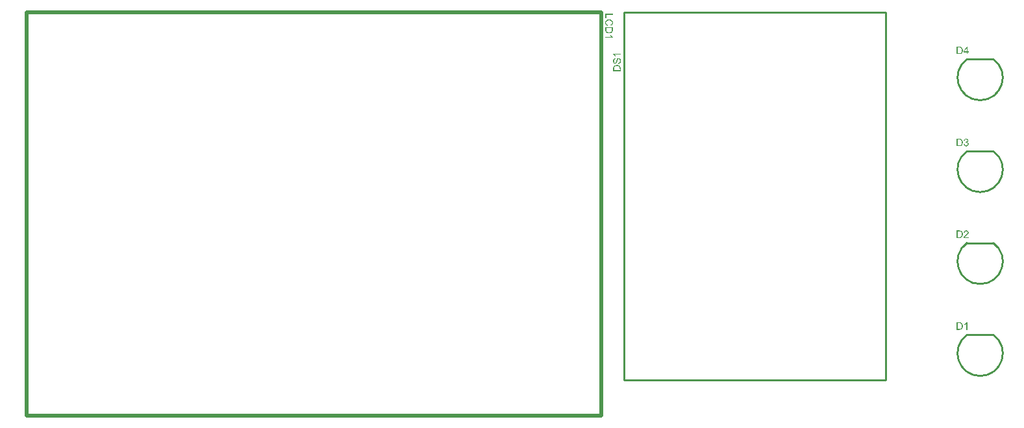
<source format=gbr>
%TF.GenerationSoftware,Altium Limited,Altium Designer,19.0.10 (269)*%
G04 Layer_Color=65535*
%FSLAX26Y26*%
%MOIN*%
%TF.FileFunction,Legend,Top*%
%TF.Part,Single*%
G01*
G75*
%TA.AperFunction,NonConductor*%
%ADD45C,0.009842*%
%ADD47C,0.019685*%
%ADD50C,0.010000*%
G36*
X3010836Y2061834D02*
X2976970D01*
Y2042920D01*
X2972441D01*
Y2066929D01*
X3010836D01*
Y2061834D01*
D02*
G37*
G36*
X2992920Y2038324D02*
X2993453Y2038291D01*
X2994053Y2038225D01*
X2994719Y2038158D01*
X2995485Y2038058D01*
X2996284Y2037958D01*
X2997116Y2037792D01*
X2997982Y2037625D01*
X2998848Y2037392D01*
X2999747Y2037126D01*
X3000646Y2036826D01*
X3001512Y2036493D01*
X3002378Y2036093D01*
X3002444Y2036060D01*
X3002577Y2035993D01*
X3002811Y2035860D01*
X3003110Y2035660D01*
X3003477Y2035427D01*
X3003909Y2035128D01*
X3004376Y2034795D01*
X3004908Y2034428D01*
X3005441Y2033962D01*
X3006007Y2033496D01*
X3006573Y2032963D01*
X3007140Y2032364D01*
X3007672Y2031731D01*
X3008205Y2031065D01*
X3008705Y2030332D01*
X3009171Y2029566D01*
X3009204Y2029533D01*
X3009271Y2029367D01*
X3009371Y2029134D01*
X3009537Y2028834D01*
X3009704Y2028434D01*
X3009903Y2027968D01*
X3010137Y2027435D01*
X3010336Y2026803D01*
X3010569Y2026170D01*
X3010769Y2025437D01*
X3010969Y2024671D01*
X3011135Y2023872D01*
X3011302Y2023006D01*
X3011402Y2022141D01*
X3011468Y2021208D01*
X3011502Y2020276D01*
Y2020009D01*
X3011468Y2019710D01*
Y2019310D01*
X3011402Y2018811D01*
X3011335Y2018245D01*
X3011269Y2017612D01*
X3011135Y2016912D01*
X3010969Y2016147D01*
X3010769Y2015381D01*
X3010536Y2014582D01*
X3010236Y2013749D01*
X3009903Y2012950D01*
X3009504Y2012117D01*
X3009071Y2011351D01*
X3008538Y2010585D01*
X3008505Y2010552D01*
X3008405Y2010419D01*
X3008238Y2010219D01*
X3008005Y2009953D01*
X3007706Y2009620D01*
X3007339Y2009254D01*
X3006906Y2008854D01*
X3006407Y2008421D01*
X3005841Y2007988D01*
X3005241Y2007522D01*
X3004542Y2007056D01*
X3003809Y2006623D01*
X3003010Y2006190D01*
X3002178Y2005790D01*
X3001245Y2005424D01*
X3000280Y2005091D01*
X2999114Y2010086D01*
X2999148D01*
X2999314Y2010153D01*
X2999514Y2010219D01*
X2999814Y2010352D01*
X3000146Y2010486D01*
X3000546Y2010652D01*
X3000979Y2010852D01*
X3001445Y2011085D01*
X3002444Y2011651D01*
X3003443Y2012317D01*
X3003943Y2012683D01*
X3004409Y2013083D01*
X3004842Y2013516D01*
X3005208Y2013982D01*
X3005241Y2014015D01*
X3005308Y2014082D01*
X3005375Y2014248D01*
X3005508Y2014448D01*
X3005641Y2014681D01*
X3005807Y2014981D01*
X3006007Y2015347D01*
X3006174Y2015714D01*
X3006340Y2016180D01*
X3006540Y2016646D01*
X3006707Y2017179D01*
X3006840Y2017745D01*
X3006973Y2018344D01*
X3007073Y2018977D01*
X3007106Y2019676D01*
X3007140Y2020376D01*
Y2020809D01*
X3007106Y2021108D01*
X3007073Y2021508D01*
X3007040Y2021941D01*
X3006973Y2022440D01*
X3006873Y2022973D01*
X3006773Y2023539D01*
X3006607Y2024139D01*
X3006440Y2024738D01*
X3006240Y2025371D01*
X3006007Y2025970D01*
X3005708Y2026603D01*
X3005375Y2027202D01*
X3005008Y2027768D01*
X3004975Y2027802D01*
X3004908Y2027901D01*
X3004775Y2028035D01*
X3004609Y2028235D01*
X3004409Y2028501D01*
X3004142Y2028767D01*
X3003843Y2029067D01*
X3003510Y2029400D01*
X3003110Y2029733D01*
X3002677Y2030099D01*
X3002211Y2030432D01*
X3001712Y2030765D01*
X3001179Y2031098D01*
X3000579Y2031398D01*
X2999980Y2031698D01*
X2999314Y2031931D01*
X2999281D01*
X2999148Y2031997D01*
X2998948Y2032031D01*
X2998715Y2032131D01*
X2998382Y2032197D01*
X2997982Y2032297D01*
X2997549Y2032430D01*
X2997050Y2032530D01*
X2996517Y2032630D01*
X2995951Y2032763D01*
X2995351Y2032863D01*
X2994719Y2032930D01*
X2993353Y2033063D01*
X2991955Y2033130D01*
X2991888D01*
X2991755D01*
X2991488D01*
X2991122Y2033096D01*
X2990723D01*
X2990223Y2033063D01*
X2989657Y2032996D01*
X2989058Y2032963D01*
X2988392Y2032863D01*
X2987726Y2032797D01*
X2986294Y2032530D01*
X2984829Y2032197D01*
X2983397Y2031731D01*
X2983363Y2031698D01*
X2983230Y2031664D01*
X2983064Y2031564D01*
X2982797Y2031465D01*
X2982497Y2031298D01*
X2982164Y2031132D01*
X2981765Y2030899D01*
X2981365Y2030632D01*
X2980932Y2030332D01*
X2980466Y2030033D01*
X2980033Y2029666D01*
X2979567Y2029267D01*
X2979134Y2028834D01*
X2978735Y2028368D01*
X2978335Y2027835D01*
X2977969Y2027302D01*
X2977935Y2027269D01*
X2977902Y2027169D01*
X2977802Y2027002D01*
X2977702Y2026769D01*
X2977569Y2026503D01*
X2977403Y2026170D01*
X2977236Y2025770D01*
X2977070Y2025337D01*
X2976903Y2024871D01*
X2976737Y2024372D01*
X2976603Y2023839D01*
X2976437Y2023273D01*
X2976237Y2022074D01*
X2976204Y2021408D01*
X2976171Y2020775D01*
Y2020575D01*
X2976204Y2020376D01*
Y2020076D01*
X2976237Y2019710D01*
X2976304Y2019277D01*
X2976370Y2018777D01*
X2976470Y2018278D01*
X2976603Y2017712D01*
X2976770Y2017146D01*
X2976970Y2016546D01*
X2977203Y2015914D01*
X2977469Y2015314D01*
X2977802Y2014715D01*
X2978169Y2014115D01*
X2978601Y2013549D01*
X2978635Y2013516D01*
X2978701Y2013416D01*
X2978868Y2013283D01*
X2979068Y2013083D01*
X2979334Y2012817D01*
X2979634Y2012550D01*
X2980000Y2012251D01*
X2980433Y2011918D01*
X2980932Y2011584D01*
X2981465Y2011252D01*
X2982065Y2010918D01*
X2982731Y2010585D01*
X2983430Y2010286D01*
X2984196Y2009986D01*
X2985028Y2009753D01*
X2985894Y2009520D01*
X2984629Y2004425D01*
X2984595D01*
X2984562Y2004458D01*
X2984462D01*
X2984362Y2004492D01*
X2984029Y2004591D01*
X2983596Y2004725D01*
X2983064Y2004925D01*
X2982464Y2005158D01*
X2981798Y2005424D01*
X2981099Y2005757D01*
X2980333Y2006123D01*
X2979534Y2006523D01*
X2978735Y2006989D01*
X2977969Y2007522D01*
X2977169Y2008121D01*
X2976437Y2008754D01*
X2975738Y2009420D01*
X2975072Y2010186D01*
X2975038Y2010219D01*
X2974938Y2010386D01*
X2974772Y2010619D01*
X2974572Y2010918D01*
X2974306Y2011318D01*
X2974039Y2011818D01*
X2973740Y2012384D01*
X2973440Y2013016D01*
X2973140Y2013716D01*
X2972840Y2014482D01*
X2972574Y2015314D01*
X2972308Y2016213D01*
X2972108Y2017179D01*
X2971941Y2018178D01*
X2971841Y2019244D01*
X2971808Y2020342D01*
Y2020609D01*
X2971841Y2020942D01*
Y2021375D01*
X2971875Y2021908D01*
X2971941Y2022507D01*
X2972008Y2023173D01*
X2972108Y2023939D01*
X2972241Y2024705D01*
X2972408Y2025537D01*
X2972607Y2026370D01*
X2972874Y2027202D01*
X2973140Y2028068D01*
X2973473Y2028867D01*
X2973873Y2029666D01*
X2974306Y2030432D01*
X2974339Y2030466D01*
X2974439Y2030599D01*
X2974572Y2030799D01*
X2974772Y2031065D01*
X2975038Y2031398D01*
X2975371Y2031764D01*
X2975738Y2032197D01*
X2976171Y2032630D01*
X2976670Y2033096D01*
X2977203Y2033596D01*
X2977802Y2034095D01*
X2978468Y2034562D01*
X2979168Y2035061D01*
X2979933Y2035527D01*
X2980766Y2035960D01*
X2981632Y2036360D01*
X2981698Y2036393D01*
X2981865Y2036460D01*
X2982098Y2036560D01*
X2982464Y2036659D01*
X2982897Y2036826D01*
X2983430Y2036992D01*
X2984029Y2037159D01*
X2984729Y2037359D01*
X2985461Y2037559D01*
X2986260Y2037725D01*
X2987093Y2037891D01*
X2987992Y2038058D01*
X2988924Y2038158D01*
X2989890Y2038258D01*
X2990889Y2038324D01*
X2991921Y2038358D01*
X2991955D01*
X2991988D01*
X2992188D01*
X2992521D01*
X2992920Y2038324D01*
D02*
G37*
G36*
X3010836Y1983846D02*
X3010802Y1983413D01*
Y1982947D01*
X3010769Y1982414D01*
X3010703Y1981315D01*
X3010603Y1980183D01*
X3010470Y1979084D01*
X3010370Y1978584D01*
X3010270Y1978118D01*
Y1978085D01*
X3010236Y1977985D01*
X3010203Y1977785D01*
X3010137Y1977552D01*
X3010037Y1977285D01*
X3009937Y1976953D01*
X3009803Y1976586D01*
X3009637Y1976187D01*
X3009271Y1975287D01*
X3008771Y1974355D01*
X3008205Y1973389D01*
X3007506Y1972490D01*
X3007472Y1972457D01*
X3007373Y1972357D01*
X3007239Y1972191D01*
X3007040Y1971991D01*
X3006807Y1971724D01*
X3006474Y1971458D01*
X3006140Y1971125D01*
X3005741Y1970792D01*
X3005275Y1970426D01*
X3004775Y1970059D01*
X3004242Y1969660D01*
X3003643Y1969293D01*
X3003044Y1968927D01*
X3002378Y1968594D01*
X3001678Y1968261D01*
X3000946Y1967961D01*
X3000912Y1967928D01*
X3000779Y1967895D01*
X3000546Y1967828D01*
X3000246Y1967728D01*
X2999847Y1967595D01*
X2999414Y1967462D01*
X2998881Y1967329D01*
X2998315Y1967196D01*
X2997649Y1967062D01*
X2996950Y1966929D01*
X2996217Y1966796D01*
X2995418Y1966663D01*
X2994585Y1966563D01*
X2993686Y1966496D01*
X2992754Y1966430D01*
X2991822D01*
X2991788D01*
X2991622D01*
X2991389D01*
X2991089D01*
X2990723Y1966463D01*
X2990256Y1966496D01*
X2989757Y1966530D01*
X2989224Y1966563D01*
X2988625Y1966596D01*
X2988025Y1966696D01*
X2986693Y1966863D01*
X2985361Y1967129D01*
X2984063Y1967462D01*
X2984029D01*
X2983929Y1967495D01*
X2983730Y1967562D01*
X2983497Y1967662D01*
X2983230Y1967762D01*
X2982897Y1967862D01*
X2982497Y1968028D01*
X2982098Y1968161D01*
X2981232Y1968561D01*
X2980300Y1968994D01*
X2979334Y1969527D01*
X2978468Y1970093D01*
X2978435Y1970126D01*
X2978368Y1970159D01*
X2978268Y1970259D01*
X2978102Y1970359D01*
X2977702Y1970692D01*
X2977203Y1971125D01*
X2976670Y1971658D01*
X2976071Y1972257D01*
X2975505Y1972890D01*
X2975005Y1973589D01*
Y1973622D01*
X2974938Y1973689D01*
X2974872Y1973789D01*
X2974805Y1973922D01*
X2974705Y1974122D01*
X2974572Y1974322D01*
X2974439Y1974588D01*
X2974306Y1974888D01*
X2973973Y1975554D01*
X2973673Y1976320D01*
X2973340Y1977219D01*
X2973074Y1978185D01*
Y1978218D01*
X2973040Y1978318D01*
X2973007Y1978451D01*
X2972974Y1978651D01*
X2972940Y1978917D01*
X2972874Y1979217D01*
X2972807Y1979550D01*
X2972774Y1979949D01*
X2972707Y1980382D01*
X2972641Y1980849D01*
X2972574Y1981381D01*
X2972541Y1981914D01*
X2972474Y1983080D01*
X2972441Y1984345D01*
Y1998165D01*
X3010836D01*
Y1983846D01*
D02*
G37*
G36*
X3001345Y1957705D02*
X3001412Y1957572D01*
X3001512Y1957339D01*
X3001645Y1957072D01*
X3001811Y1956739D01*
X3002045Y1956340D01*
X3002278Y1955907D01*
X3002577Y1955407D01*
X3002877Y1954875D01*
X3003243Y1954342D01*
X3004009Y1953176D01*
X3004875Y1951977D01*
X3005807Y1950845D01*
X3005841Y1950812D01*
X3005941Y1950712D01*
X3006074Y1950579D01*
X3006274Y1950346D01*
X3006507Y1950113D01*
X3006773Y1949846D01*
X3007106Y1949547D01*
X3007439Y1949214D01*
X3008238Y1948514D01*
X3009104Y1947815D01*
X3010037Y1947182D01*
X3010503Y1946883D01*
X3010969Y1946649D01*
Y1943586D01*
X2972441D01*
Y1948314D01*
X3002444D01*
X3002411Y1948348D01*
X3002378Y1948381D01*
X3002278Y1948481D01*
X3002178Y1948614D01*
X3002011Y1948814D01*
X3001845Y1949014D01*
X3001645Y1949247D01*
X3001412Y1949513D01*
X3000946Y1950179D01*
X3000380Y1950945D01*
X2999780Y1951811D01*
X2999181Y1952810D01*
X2999148Y1952843D01*
X2999114Y1952943D01*
X2999014Y1953076D01*
X2998914Y1953276D01*
X2998781Y1953509D01*
X2998648Y1953776D01*
X2998448Y1954109D01*
X2998282Y1954442D01*
X2997882Y1955208D01*
X2997483Y1956040D01*
X2997083Y1956906D01*
X2996750Y1957738D01*
X3001312D01*
X3001345Y1957705D01*
D02*
G37*
G36*
X3051181Y1857301D02*
X3021178D01*
X3021211Y1857268D01*
X3021244Y1857235D01*
X3021344Y1857135D01*
X3021444Y1857001D01*
X3021611Y1856802D01*
X3021777Y1856602D01*
X3021977Y1856369D01*
X3022210Y1856102D01*
X3022676Y1855436D01*
X3023242Y1854670D01*
X3023842Y1853805D01*
X3024441Y1852806D01*
X3024474Y1852772D01*
X3024508Y1852672D01*
X3024608Y1852539D01*
X3024708Y1852339D01*
X3024841Y1852106D01*
X3024974Y1851840D01*
X3025174Y1851507D01*
X3025340Y1851174D01*
X3025740Y1850408D01*
X3026140Y1849575D01*
X3026539Y1848710D01*
X3026872Y1847877D01*
X3022310D01*
X3022277Y1847910D01*
X3022210Y1848044D01*
X3022110Y1848277D01*
X3021977Y1848543D01*
X3021811Y1848876D01*
X3021577Y1849276D01*
X3021344Y1849709D01*
X3021045Y1850208D01*
X3020745Y1850741D01*
X3020379Y1851274D01*
X3019613Y1852439D01*
X3018747Y1853638D01*
X3017814Y1854770D01*
X3017781Y1854804D01*
X3017681Y1854903D01*
X3017548Y1855037D01*
X3017348Y1855270D01*
X3017115Y1855503D01*
X3016849Y1855769D01*
X3016516Y1856069D01*
X3016183Y1856402D01*
X3015384Y1857101D01*
X3014518Y1857801D01*
X3013585Y1858433D01*
X3013119Y1858733D01*
X3012653Y1858966D01*
Y1862030D01*
X3051181D01*
Y1857301D01*
D02*
G37*
G36*
X3040891Y1839219D02*
X3041158Y1839186D01*
X3041457Y1839153D01*
X3041824Y1839119D01*
X3042223Y1839019D01*
X3043122Y1838820D01*
X3044088Y1838520D01*
X3044588Y1838320D01*
X3045087Y1838087D01*
X3045620Y1837787D01*
X3046119Y1837488D01*
X3046153Y1837454D01*
X3046253Y1837421D01*
X3046386Y1837288D01*
X3046552Y1837155D01*
X3046785Y1836988D01*
X3047052Y1836755D01*
X3047352Y1836489D01*
X3047651Y1836189D01*
X3047984Y1835856D01*
X3048317Y1835490D01*
X3048684Y1835057D01*
X3049017Y1834624D01*
X3049383Y1834124D01*
X3049716Y1833591D01*
X3050016Y1833025D01*
X3050315Y1832426D01*
Y1832393D01*
X3050382Y1832293D01*
X3050448Y1832093D01*
X3050548Y1831860D01*
X3050648Y1831527D01*
X3050782Y1831161D01*
X3050915Y1830728D01*
X3051048Y1830262D01*
X3051214Y1829729D01*
X3051348Y1829163D01*
X3051481Y1828563D01*
X3051581Y1827930D01*
X3051681Y1827231D01*
X3051747Y1826532D01*
X3051780Y1825799D01*
X3051814Y1825033D01*
Y1824534D01*
X3051780Y1824168D01*
Y1823701D01*
X3051747Y1823202D01*
X3051681Y1822602D01*
X3051614Y1821970D01*
X3051547Y1821304D01*
X3051448Y1820604D01*
X3051181Y1819139D01*
X3050815Y1817674D01*
X3050582Y1816941D01*
X3050315Y1816275D01*
X3050282Y1816242D01*
X3050249Y1816109D01*
X3050149Y1815943D01*
X3050016Y1815709D01*
X3049882Y1815410D01*
X3049683Y1815043D01*
X3049450Y1814677D01*
X3049183Y1814277D01*
X3048850Y1813811D01*
X3048517Y1813378D01*
X3048151Y1812912D01*
X3047751Y1812446D01*
X3047285Y1812013D01*
X3046819Y1811547D01*
X3046319Y1811147D01*
X3045753Y1810748D01*
X3045720Y1810714D01*
X3045620Y1810648D01*
X3045454Y1810548D01*
X3045220Y1810448D01*
X3044921Y1810282D01*
X3044588Y1810115D01*
X3044188Y1809915D01*
X3043722Y1809749D01*
X3043256Y1809549D01*
X3042723Y1809349D01*
X3042157Y1809183D01*
X3041524Y1809016D01*
X3040225Y1808783D01*
X3039526Y1808683D01*
X3038827Y1808650D01*
X3038394Y1813445D01*
X3038427D01*
X3038527Y1813478D01*
X3038660D01*
X3038860Y1813512D01*
X3039126Y1813545D01*
X3039393Y1813611D01*
X3039726Y1813678D01*
X3040059Y1813778D01*
X3040825Y1813978D01*
X3041624Y1814244D01*
X3042423Y1814577D01*
X3043156Y1815010D01*
X3043189D01*
X3043222Y1815077D01*
X3043322Y1815143D01*
X3043456Y1815243D01*
X3043789Y1815543D01*
X3044221Y1815976D01*
X3044721Y1816509D01*
X3045220Y1817175D01*
X3045687Y1817974D01*
X3046153Y1818873D01*
Y1818906D01*
X3046186Y1819006D01*
X3046253Y1819139D01*
X3046319Y1819339D01*
X3046419Y1819572D01*
X3046519Y1819872D01*
X3046619Y1820205D01*
X3046719Y1820604D01*
X3046819Y1821037D01*
X3046919Y1821470D01*
X3047119Y1822469D01*
X3047252Y1823601D01*
X3047285Y1824800D01*
Y1825300D01*
X3047252Y1825533D01*
Y1825833D01*
X3047218Y1826166D01*
X3047185Y1826532D01*
X3047085Y1827331D01*
X3046919Y1828197D01*
X3046719Y1829063D01*
X3046419Y1829928D01*
Y1829962D01*
X3046386Y1830028D01*
X3046319Y1830128D01*
X3046253Y1830295D01*
X3046053Y1830694D01*
X3045787Y1831194D01*
X3045454Y1831727D01*
X3045054Y1832259D01*
X3044588Y1832792D01*
X3044055Y1833258D01*
X3044022D01*
X3043988Y1833292D01*
X3043789Y1833425D01*
X3043489Y1833591D01*
X3043089Y1833825D01*
X3042590Y1834024D01*
X3042024Y1834191D01*
X3041424Y1834324D01*
X3040758Y1834357D01*
X3040725D01*
X3040692D01*
X3040592D01*
X3040459D01*
X3040126Y1834291D01*
X3039693Y1834224D01*
X3039193Y1834091D01*
X3038694Y1833925D01*
X3038128Y1833658D01*
X3037628Y1833292D01*
X3037561Y1833258D01*
X3037395Y1833092D01*
X3037162Y1832826D01*
X3036829Y1832459D01*
X3036463Y1831993D01*
X3036096Y1831394D01*
X3035730Y1830661D01*
X3035364Y1829829D01*
Y1829795D01*
X3035330Y1829762D01*
X3035297Y1829662D01*
X3035264Y1829496D01*
X3035197Y1829296D01*
X3035097Y1829063D01*
X3034997Y1828763D01*
X3034897Y1828397D01*
X3034798Y1827964D01*
X3034631Y1827464D01*
X3034498Y1826898D01*
X3034331Y1826265D01*
X3034131Y1825566D01*
X3033932Y1824767D01*
X3033732Y1823901D01*
X3033499Y1822936D01*
Y1822869D01*
X3033432Y1822702D01*
X3033366Y1822436D01*
X3033266Y1822070D01*
X3033166Y1821637D01*
X3033033Y1821137D01*
X3032866Y1820604D01*
X3032700Y1820038D01*
X3032333Y1818806D01*
X3031934Y1817574D01*
X3031734Y1816975D01*
X3031534Y1816442D01*
X3031301Y1815943D01*
X3031101Y1815510D01*
X3031068Y1815476D01*
X3031035Y1815376D01*
X3030935Y1815243D01*
X3030835Y1815077D01*
X3030702Y1814844D01*
X3030535Y1814577D01*
X3030102Y1813978D01*
X3029569Y1813312D01*
X3028970Y1812646D01*
X3028271Y1811980D01*
X3027505Y1811414D01*
X3027472D01*
X3027405Y1811347D01*
X3027305Y1811281D01*
X3027139Y1811214D01*
X3026939Y1811114D01*
X3026706Y1810981D01*
X3026406Y1810881D01*
X3026106Y1810748D01*
X3025407Y1810515D01*
X3024608Y1810282D01*
X3023709Y1810148D01*
X3022743Y1810082D01*
X3022710D01*
X3022610D01*
X3022443D01*
X3022243Y1810115D01*
X3021977Y1810148D01*
X3021677Y1810182D01*
X3021344Y1810215D01*
X3020945Y1810282D01*
X3020112Y1810481D01*
X3019213Y1810781D01*
X3018714Y1810947D01*
X3018247Y1811181D01*
X3017748Y1811414D01*
X3017282Y1811713D01*
X3017248Y1811747D01*
X3017182Y1811780D01*
X3017049Y1811880D01*
X3016849Y1812013D01*
X3016649Y1812213D01*
X3016416Y1812413D01*
X3016149Y1812646D01*
X3015850Y1812946D01*
X3015550Y1813278D01*
X3015217Y1813611D01*
X3014917Y1814011D01*
X3014584Y1814444D01*
X3014285Y1814910D01*
X3013985Y1815443D01*
X3013719Y1815976D01*
X3013452Y1816542D01*
Y1816575D01*
X3013386Y1816675D01*
X3013319Y1816875D01*
X3013252Y1817108D01*
X3013153Y1817408D01*
X3013019Y1817774D01*
X3012919Y1818174D01*
X3012786Y1818640D01*
X3012653Y1819139D01*
X3012553Y1819672D01*
X3012420Y1820238D01*
X3012320Y1820871D01*
X3012187Y1822203D01*
X3012120Y1823601D01*
Y1824034D01*
X3012153Y1824334D01*
Y1824700D01*
X3012187Y1825133D01*
X3012220Y1825633D01*
X3012287Y1826166D01*
X3012353Y1826732D01*
X3012453Y1827331D01*
X3012720Y1828597D01*
X3013053Y1829895D01*
X3013519Y1831161D01*
Y1831194D01*
X3013585Y1831294D01*
X3013652Y1831460D01*
X3013785Y1831693D01*
X3013918Y1831960D01*
X3014085Y1832293D01*
X3014285Y1832626D01*
X3014551Y1833025D01*
X3015117Y1833825D01*
X3015816Y1834657D01*
X3016616Y1835456D01*
X3017082Y1835856D01*
X3017581Y1836189D01*
X3017615Y1836222D01*
X3017715Y1836255D01*
X3017848Y1836355D01*
X3018048Y1836455D01*
X3018314Y1836589D01*
X3018614Y1836755D01*
X3018947Y1836921D01*
X3019346Y1837088D01*
X3019746Y1837255D01*
X3020212Y1837421D01*
X3020712Y1837588D01*
X3021244Y1837721D01*
X3022377Y1837954D01*
X3022976Y1838054D01*
X3023609Y1838087D01*
X3023975Y1833225D01*
X3023942D01*
X3023809Y1833192D01*
X3023642Y1833159D01*
X3023376Y1833125D01*
X3023076Y1833059D01*
X3022743Y1832992D01*
X3022343Y1832859D01*
X3021910Y1832726D01*
X3021045Y1832393D01*
X3020578Y1832160D01*
X3020112Y1831927D01*
X3019679Y1831627D01*
X3019246Y1831294D01*
X3018847Y1830928D01*
X3018481Y1830528D01*
X3018447Y1830495D01*
X3018414Y1830428D01*
X3018314Y1830295D01*
X3018181Y1830095D01*
X3018048Y1829862D01*
X3017881Y1829595D01*
X3017715Y1829229D01*
X3017548Y1828830D01*
X3017382Y1828397D01*
X3017215Y1827897D01*
X3017049Y1827364D01*
X3016915Y1826765D01*
X3016782Y1826099D01*
X3016682Y1825400D01*
X3016649Y1824634D01*
X3016616Y1823835D01*
Y1823402D01*
X3016649Y1823069D01*
X3016682Y1822702D01*
X3016716Y1822270D01*
X3016749Y1821770D01*
X3016816Y1821271D01*
X3017015Y1820138D01*
X3017315Y1819039D01*
X3017515Y1818507D01*
X3017748Y1817974D01*
X3018014Y1817508D01*
X3018314Y1817075D01*
X3018347Y1817041D01*
X3018381Y1816975D01*
X3018481Y1816875D01*
X3018614Y1816742D01*
X3018780Y1816575D01*
X3018980Y1816409D01*
X3019446Y1816042D01*
X3020046Y1815643D01*
X3020745Y1815310D01*
X3021144Y1815177D01*
X3021544Y1815077D01*
X3021977Y1815010D01*
X3022410Y1814977D01*
X3022443D01*
X3022510D01*
X3022610D01*
X3022743Y1815010D01*
X3023142Y1815043D01*
X3023609Y1815177D01*
X3024142Y1815343D01*
X3024708Y1815610D01*
X3025274Y1815976D01*
X3025540Y1816209D01*
X3025807Y1816475D01*
Y1816509D01*
X3025873Y1816542D01*
X3025940Y1816642D01*
X3026040Y1816808D01*
X3026173Y1817008D01*
X3026306Y1817274D01*
X3026472Y1817608D01*
X3026639Y1817974D01*
X3026839Y1818440D01*
X3027072Y1819006D01*
X3027272Y1819605D01*
X3027505Y1820338D01*
X3027771Y1821137D01*
X3028004Y1822036D01*
X3028271Y1823035D01*
X3028537Y1824134D01*
Y1824201D01*
X3028604Y1824401D01*
X3028670Y1824734D01*
X3028770Y1825133D01*
X3028903Y1825666D01*
X3029037Y1826232D01*
X3029203Y1826865D01*
X3029370Y1827531D01*
X3029736Y1828963D01*
X3030135Y1830361D01*
X3030369Y1831027D01*
X3030568Y1831660D01*
X3030768Y1832226D01*
X3030968Y1832692D01*
X3031001Y1832726D01*
X3031035Y1832826D01*
X3031135Y1833025D01*
X3031234Y1833225D01*
X3031401Y1833525D01*
X3031601Y1833825D01*
X3031800Y1834191D01*
X3032034Y1834557D01*
X3032600Y1835356D01*
X3033299Y1836189D01*
X3034065Y1836955D01*
X3034465Y1837288D01*
X3034897Y1837621D01*
X3034931Y1837654D01*
X3034997Y1837687D01*
X3035131Y1837787D01*
X3035330Y1837887D01*
X3035530Y1837987D01*
X3035796Y1838154D01*
X3036130Y1838287D01*
X3036463Y1838453D01*
X3036862Y1838586D01*
X3037262Y1838753D01*
X3038194Y1838986D01*
X3039226Y1839186D01*
X3039793Y1839219D01*
X3040359Y1839253D01*
X3040392D01*
X3040492D01*
X3040658D01*
X3040891Y1839219D01*
D02*
G37*
G36*
X3032899Y1803355D02*
X3033366Y1803322D01*
X3033865Y1803289D01*
X3034398Y1803255D01*
X3034997Y1803222D01*
X3035597Y1803122D01*
X3036929Y1802956D01*
X3038261Y1802689D01*
X3039559Y1802356D01*
X3039593D01*
X3039693Y1802323D01*
X3039892Y1802256D01*
X3040126Y1802156D01*
X3040392Y1802056D01*
X3040725Y1801957D01*
X3041124Y1801790D01*
X3041524Y1801657D01*
X3042390Y1801257D01*
X3043322Y1800824D01*
X3044288Y1800292D01*
X3045154Y1799725D01*
X3045187Y1799692D01*
X3045254Y1799659D01*
X3045354Y1799559D01*
X3045520Y1799459D01*
X3045920Y1799126D01*
X3046419Y1798693D01*
X3046952Y1798160D01*
X3047551Y1797561D01*
X3048117Y1796928D01*
X3048617Y1796229D01*
Y1796196D01*
X3048684Y1796129D01*
X3048750Y1796029D01*
X3048817Y1795896D01*
X3048917Y1795696D01*
X3049050Y1795496D01*
X3049183Y1795230D01*
X3049316Y1794930D01*
X3049649Y1794264D01*
X3049949Y1793498D01*
X3050282Y1792599D01*
X3050548Y1791633D01*
Y1791600D01*
X3050582Y1791500D01*
X3050615Y1791367D01*
X3050648Y1791167D01*
X3050682Y1790901D01*
X3050748Y1790601D01*
X3050815Y1790268D01*
X3050848Y1789869D01*
X3050915Y1789436D01*
X3050981Y1788969D01*
X3051048Y1788437D01*
X3051081Y1787904D01*
X3051148Y1786738D01*
X3051181Y1785473D01*
Y1771653D01*
X3012786D01*
Y1785973D01*
X3012820Y1786405D01*
Y1786872D01*
X3012853Y1787404D01*
X3012919Y1788503D01*
X3013019Y1789636D01*
X3013153Y1790734D01*
X3013252Y1791234D01*
X3013352Y1791700D01*
Y1791733D01*
X3013386Y1791833D01*
X3013419Y1792033D01*
X3013485Y1792266D01*
X3013585Y1792533D01*
X3013685Y1792866D01*
X3013818Y1793232D01*
X3013985Y1793631D01*
X3014351Y1794531D01*
X3014851Y1795463D01*
X3015417Y1796429D01*
X3016116Y1797328D01*
X3016149Y1797361D01*
X3016249Y1797461D01*
X3016383Y1797628D01*
X3016582Y1797827D01*
X3016816Y1798094D01*
X3017148Y1798360D01*
X3017481Y1798693D01*
X3017881Y1799026D01*
X3018347Y1799392D01*
X3018847Y1799759D01*
X3019380Y1800158D01*
X3019979Y1800525D01*
X3020578Y1800891D01*
X3021244Y1801224D01*
X3021944Y1801557D01*
X3022676Y1801857D01*
X3022710Y1801890D01*
X3022843Y1801923D01*
X3023076Y1801990D01*
X3023376Y1802090D01*
X3023775Y1802223D01*
X3024208Y1802356D01*
X3024741Y1802489D01*
X3025307Y1802622D01*
X3025973Y1802756D01*
X3026672Y1802889D01*
X3027405Y1803022D01*
X3028204Y1803155D01*
X3029037Y1803255D01*
X3029936Y1803322D01*
X3030868Y1803388D01*
X3031800D01*
X3031834D01*
X3032000D01*
X3032233D01*
X3032533D01*
X3032899Y1803355D01*
D02*
G37*
G36*
X4825682Y953093D02*
X4826048D01*
X4826514Y953027D01*
X4827080Y952960D01*
X4827680Y952860D01*
X4828312Y952760D01*
X4829012Y952594D01*
X4829711Y952394D01*
X4830444Y952128D01*
X4831176Y951828D01*
X4831909Y951495D01*
X4832608Y951062D01*
X4833274Y950596D01*
X4833907Y950063D01*
X4833940Y950030D01*
X4834040Y949930D01*
X4834206Y949763D01*
X4834406Y949530D01*
X4834673Y949230D01*
X4834939Y948864D01*
X4835205Y948431D01*
X4835538Y947965D01*
X4835838Y947432D01*
X4836105Y946866D01*
X4836404Y946233D01*
X4836637Y945567D01*
X4836837Y944868D01*
X4837004Y944102D01*
X4837104Y943303D01*
X4837137Y942471D01*
Y942437D01*
Y942371D01*
Y942237D01*
Y942071D01*
X4837104Y941871D01*
Y941605D01*
X4837004Y941039D01*
X4836904Y940339D01*
X4836737Y939573D01*
X4836504Y938741D01*
X4836171Y937908D01*
Y937875D01*
X4836138Y937808D01*
X4836071Y937675D01*
X4836005Y937542D01*
X4835905Y937309D01*
X4835771Y937076D01*
X4835605Y936809D01*
X4835439Y936510D01*
X4835006Y935811D01*
X4834473Y935011D01*
X4833807Y934145D01*
X4833041Y933246D01*
X4833008Y933213D01*
X4832941Y933146D01*
X4832808Y932980D01*
X4832641Y932780D01*
X4832375Y932547D01*
X4832075Y932247D01*
X4831742Y931881D01*
X4831343Y931481D01*
X4830843Y931015D01*
X4830310Y930516D01*
X4829744Y929950D01*
X4829078Y929350D01*
X4828379Y928718D01*
X4827580Y928018D01*
X4826747Y927286D01*
X4825815Y926486D01*
X4825782Y926453D01*
X4825615Y926320D01*
X4825415Y926154D01*
X4825115Y925920D01*
X4824783Y925621D01*
X4824416Y925288D01*
X4823983Y924921D01*
X4823550Y924555D01*
X4822618Y923756D01*
X4821719Y922957D01*
X4821319Y922590D01*
X4820920Y922224D01*
X4820620Y921924D01*
X4820354Y921658D01*
X4820287Y921591D01*
X4820154Y921458D01*
X4819921Y921192D01*
X4819654Y920859D01*
X4819355Y920492D01*
X4819022Y920060D01*
X4818689Y919593D01*
X4818389Y919127D01*
X4837203D01*
Y914598D01*
X4811829D01*
Y914632D01*
Y914665D01*
Y914765D01*
Y914898D01*
Y915231D01*
X4811862Y915631D01*
X4811929Y916130D01*
X4812029Y916696D01*
X4812162Y917262D01*
X4812362Y917862D01*
Y917895D01*
X4812395Y917995D01*
X4812462Y918128D01*
X4812561Y918295D01*
X4812661Y918528D01*
X4812794Y918827D01*
X4812928Y919127D01*
X4813127Y919460D01*
X4813527Y920259D01*
X4814093Y921092D01*
X4814726Y922024D01*
X4815458Y922957D01*
X4815492Y922990D01*
X4815558Y923057D01*
X4815692Y923223D01*
X4815858Y923390D01*
X4816091Y923623D01*
X4816358Y923922D01*
X4816657Y924255D01*
X4817024Y924622D01*
X4817457Y925021D01*
X4817889Y925454D01*
X4818422Y925954D01*
X4818955Y926453D01*
X4819554Y926986D01*
X4820187Y927552D01*
X4820886Y928152D01*
X4821619Y928751D01*
X4821652D01*
X4821686Y928817D01*
X4821885Y928984D01*
X4822218Y929250D01*
X4822618Y929617D01*
X4823151Y930050D01*
X4823717Y930549D01*
X4824350Y931115D01*
X4825016Y931715D01*
X4825715Y932347D01*
X4826448Y933013D01*
X4827147Y933679D01*
X4827846Y934379D01*
X4828479Y935045D01*
X4829078Y935711D01*
X4829611Y936310D01*
X4830077Y936909D01*
X4830110Y936943D01*
X4830177Y937043D01*
X4830277Y937209D01*
X4830410Y937409D01*
X4830577Y937675D01*
X4830776Y938008D01*
X4830976Y938341D01*
X4831176Y938741D01*
X4831576Y939607D01*
X4831942Y940572D01*
X4832075Y941072D01*
X4832175Y941571D01*
X4832242Y942071D01*
X4832275Y942570D01*
Y942604D01*
Y942704D01*
Y942837D01*
X4832242Y943037D01*
X4832208Y943270D01*
X4832175Y943569D01*
X4832109Y943869D01*
X4832042Y944202D01*
X4831775Y944968D01*
X4831642Y945334D01*
X4831443Y945734D01*
X4831209Y946134D01*
X4830943Y946533D01*
X4830643Y946933D01*
X4830277Y947299D01*
X4830244Y947332D01*
X4830177Y947399D01*
X4830077Y947466D01*
X4829911Y947599D01*
X4829711Y947732D01*
X4829478Y947898D01*
X4829211Y948098D01*
X4828878Y948265D01*
X4828512Y948431D01*
X4828113Y948631D01*
X4827680Y948798D01*
X4827213Y948931D01*
X4826747Y949064D01*
X4826214Y949164D01*
X4825648Y949197D01*
X4825049Y949230D01*
X4824716D01*
X4824483Y949197D01*
X4824216Y949164D01*
X4823883Y949130D01*
X4823484Y949064D01*
X4823084Y948964D01*
X4822218Y948731D01*
X4821785Y948564D01*
X4821319Y948365D01*
X4820886Y948131D01*
X4820453Y947832D01*
X4820021Y947532D01*
X4819621Y947166D01*
X4819588Y947133D01*
X4819521Y947066D01*
X4819421Y946966D01*
X4819321Y946799D01*
X4819155Y946566D01*
X4818988Y946333D01*
X4818788Y946034D01*
X4818622Y945701D01*
X4818422Y945301D01*
X4818222Y944868D01*
X4818056Y944402D01*
X4817923Y943902D01*
X4817789Y943370D01*
X4817690Y942770D01*
X4817623Y942171D01*
X4817590Y941505D01*
X4812728Y942004D01*
Y942071D01*
X4812761Y942237D01*
X4812794Y942537D01*
X4812861Y942903D01*
X4812928Y943336D01*
X4813061Y943869D01*
X4813194Y944435D01*
X4813361Y945068D01*
X4813594Y945734D01*
X4813827Y946400D01*
X4814127Y947099D01*
X4814493Y947765D01*
X4814892Y948465D01*
X4815325Y949097D01*
X4815858Y949697D01*
X4816424Y950263D01*
X4816458Y950296D01*
X4816591Y950396D01*
X4816757Y950529D01*
X4817024Y950696D01*
X4817357Y950929D01*
X4817756Y951162D01*
X4818222Y951428D01*
X4818755Y951695D01*
X4819321Y951961D01*
X4819987Y952227D01*
X4820720Y952461D01*
X4821486Y952694D01*
X4822318Y952860D01*
X4823217Y952993D01*
X4824150Y953093D01*
X4825149Y953126D01*
X4825382D01*
X4825682Y953093D01*
D02*
G37*
G36*
X4790350Y952960D02*
X4790816D01*
X4791349Y952927D01*
X4792448Y952860D01*
X4793580Y952760D01*
X4794679Y952627D01*
X4795179Y952527D01*
X4795645Y952427D01*
X4795678D01*
X4795778Y952394D01*
X4795978Y952361D01*
X4796211Y952294D01*
X4796477Y952194D01*
X4796810Y952094D01*
X4797177Y951961D01*
X4797576Y951794D01*
X4798475Y951428D01*
X4799408Y950929D01*
X4800374Y950363D01*
X4801273Y949663D01*
X4801306Y949630D01*
X4801406Y949530D01*
X4801572Y949397D01*
X4801772Y949197D01*
X4802039Y948964D01*
X4802305Y948631D01*
X4802638Y948298D01*
X4802971Y947898D01*
X4803337Y947432D01*
X4803704Y946933D01*
X4804103Y946400D01*
X4804470Y945801D01*
X4804836Y945201D01*
X4805169Y944535D01*
X4805502Y943836D01*
X4805801Y943103D01*
X4805835Y943070D01*
X4805868Y942937D01*
X4805935Y942704D01*
X4806035Y942404D01*
X4806168Y942004D01*
X4806301Y941571D01*
X4806434Y941039D01*
X4806567Y940472D01*
X4806701Y939807D01*
X4806834Y939107D01*
X4806967Y938375D01*
X4807100Y937575D01*
X4807200Y936743D01*
X4807267Y935844D01*
X4807333Y934911D01*
Y933979D01*
Y933946D01*
Y933779D01*
Y933546D01*
Y933246D01*
X4807300Y932880D01*
X4807267Y932414D01*
X4807233Y931914D01*
X4807200Y931382D01*
X4807167Y930782D01*
X4807067Y930183D01*
X4806900Y928851D01*
X4806634Y927519D01*
X4806301Y926220D01*
Y926187D01*
X4806268Y926087D01*
X4806201Y925887D01*
X4806101Y925654D01*
X4806001Y925388D01*
X4805901Y925055D01*
X4805735Y924655D01*
X4805602Y924255D01*
X4805202Y923390D01*
X4804769Y922457D01*
X4804236Y921491D01*
X4803670Y920626D01*
X4803637Y920592D01*
X4803604Y920526D01*
X4803504Y920426D01*
X4803404Y920259D01*
X4803071Y919860D01*
X4802638Y919360D01*
X4802105Y918827D01*
X4801506Y918228D01*
X4800873Y917662D01*
X4800174Y917163D01*
X4800141D01*
X4800074Y917096D01*
X4799974Y917029D01*
X4799841Y916963D01*
X4799641Y916863D01*
X4799441Y916730D01*
X4799175Y916596D01*
X4798875Y916463D01*
X4798209Y916130D01*
X4797443Y915831D01*
X4796544Y915497D01*
X4795578Y915231D01*
X4795545D01*
X4795445Y915198D01*
X4795312Y915164D01*
X4795112Y915131D01*
X4794846Y915098D01*
X4794546Y915031D01*
X4794213Y914965D01*
X4793814Y914931D01*
X4793381Y914865D01*
X4792914Y914798D01*
X4792382Y914732D01*
X4791849Y914698D01*
X4790683Y914632D01*
X4789418Y914598D01*
X4775598D01*
Y952993D01*
X4789917D01*
X4790350Y952960D01*
D02*
G37*
G36*
X4830177Y442598D02*
X4825449D01*
Y472602D01*
X4825415Y472568D01*
X4825382Y472535D01*
X4825282Y472435D01*
X4825149Y472335D01*
X4824949Y472169D01*
X4824749Y472002D01*
X4824516Y471803D01*
X4824250Y471569D01*
X4823584Y471103D01*
X4822818Y470537D01*
X4821952Y469938D01*
X4820953Y469338D01*
X4820920Y469305D01*
X4820820Y469272D01*
X4820687Y469172D01*
X4820487Y469072D01*
X4820254Y468939D01*
X4819987Y468805D01*
X4819654Y468606D01*
X4819321Y468439D01*
X4818555Y468040D01*
X4817723Y467640D01*
X4816857Y467240D01*
X4816025Y466907D01*
Y471469D01*
X4816058Y471503D01*
X4816191Y471569D01*
X4816424Y471669D01*
X4816691Y471803D01*
X4817024Y471969D01*
X4817423Y472202D01*
X4817856Y472435D01*
X4818356Y472735D01*
X4818888Y473035D01*
X4819421Y473401D01*
X4820587Y474167D01*
X4821785Y475033D01*
X4822918Y475965D01*
X4822951Y475998D01*
X4823051Y476098D01*
X4823184Y476231D01*
X4823417Y476431D01*
X4823650Y476664D01*
X4823917Y476931D01*
X4824216Y477264D01*
X4824549Y477597D01*
X4825249Y478396D01*
X4825948Y479262D01*
X4826581Y480194D01*
X4826880Y480660D01*
X4827114Y481127D01*
X4830177D01*
Y442598D01*
D02*
G37*
G36*
X4790350Y480960D02*
X4790816D01*
X4791349Y480927D01*
X4792448Y480860D01*
X4793580Y480760D01*
X4794679Y480627D01*
X4795179Y480527D01*
X4795645Y480427D01*
X4795678D01*
X4795778Y480394D01*
X4795978Y480361D01*
X4796211Y480294D01*
X4796477Y480194D01*
X4796810Y480094D01*
X4797177Y479961D01*
X4797576Y479795D01*
X4798475Y479428D01*
X4799408Y478929D01*
X4800374Y478363D01*
X4801273Y477663D01*
X4801306Y477630D01*
X4801406Y477530D01*
X4801572Y477397D01*
X4801772Y477197D01*
X4802039Y476964D01*
X4802305Y476631D01*
X4802638Y476298D01*
X4802971Y475898D01*
X4803337Y475432D01*
X4803704Y474933D01*
X4804103Y474400D01*
X4804470Y473800D01*
X4804836Y473201D01*
X4805169Y472535D01*
X4805502Y471836D01*
X4805801Y471103D01*
X4805835Y471070D01*
X4805868Y470937D01*
X4805935Y470704D01*
X4806035Y470404D01*
X4806168Y470004D01*
X4806301Y469571D01*
X4806434Y469039D01*
X4806567Y468473D01*
X4806701Y467807D01*
X4806834Y467107D01*
X4806967Y466375D01*
X4807100Y465575D01*
X4807200Y464743D01*
X4807267Y463844D01*
X4807333Y462911D01*
Y461979D01*
Y461946D01*
Y461779D01*
Y461546D01*
Y461246D01*
X4807300Y460880D01*
X4807267Y460414D01*
X4807233Y459914D01*
X4807200Y459382D01*
X4807167Y458782D01*
X4807067Y458183D01*
X4806900Y456851D01*
X4806634Y455519D01*
X4806301Y454220D01*
Y454187D01*
X4806268Y454087D01*
X4806201Y453887D01*
X4806101Y453654D01*
X4806001Y453388D01*
X4805901Y453055D01*
X4805735Y452655D01*
X4805602Y452255D01*
X4805202Y451390D01*
X4804769Y450457D01*
X4804236Y449491D01*
X4803670Y448626D01*
X4803637Y448592D01*
X4803604Y448526D01*
X4803504Y448426D01*
X4803404Y448259D01*
X4803071Y447860D01*
X4802638Y447360D01*
X4802105Y446827D01*
X4801506Y446228D01*
X4800873Y445662D01*
X4800174Y445163D01*
X4800141D01*
X4800074Y445096D01*
X4799974Y445029D01*
X4799841Y444963D01*
X4799641Y444863D01*
X4799441Y444730D01*
X4799175Y444596D01*
X4798875Y444463D01*
X4798209Y444130D01*
X4797443Y443830D01*
X4796544Y443498D01*
X4795578Y443231D01*
X4795545D01*
X4795445Y443198D01*
X4795312Y443164D01*
X4795112Y443131D01*
X4794846Y443098D01*
X4794546Y443031D01*
X4794213Y442965D01*
X4793814Y442931D01*
X4793381Y442865D01*
X4792914Y442798D01*
X4792382Y442732D01*
X4791849Y442698D01*
X4790683Y442632D01*
X4789418Y442598D01*
X4775598D01*
Y480993D01*
X4789917D01*
X4790350Y480960D01*
D02*
G37*
G36*
X4832242Y1873118D02*
X4837436D01*
Y1868789D01*
X4832242D01*
Y1859598D01*
X4827513D01*
Y1868789D01*
X4810863D01*
Y1873118D01*
X4828379Y1897993D01*
X4832242D01*
Y1873118D01*
D02*
G37*
G36*
X4790350Y1897960D02*
X4790816D01*
X4791349Y1897927D01*
X4792448Y1897860D01*
X4793580Y1897760D01*
X4794679Y1897627D01*
X4795179Y1897527D01*
X4795645Y1897427D01*
X4795678D01*
X4795778Y1897394D01*
X4795978Y1897361D01*
X4796211Y1897294D01*
X4796477Y1897194D01*
X4796810Y1897094D01*
X4797177Y1896961D01*
X4797576Y1896794D01*
X4798475Y1896428D01*
X4799408Y1895929D01*
X4800374Y1895363D01*
X4801273Y1894663D01*
X4801306Y1894630D01*
X4801406Y1894530D01*
X4801572Y1894397D01*
X4801772Y1894197D01*
X4802039Y1893964D01*
X4802305Y1893631D01*
X4802638Y1893298D01*
X4802971Y1892898D01*
X4803337Y1892432D01*
X4803704Y1891933D01*
X4804103Y1891400D01*
X4804470Y1890801D01*
X4804836Y1890201D01*
X4805169Y1889535D01*
X4805502Y1888836D01*
X4805801Y1888103D01*
X4805835Y1888070D01*
X4805868Y1887937D01*
X4805935Y1887704D01*
X4806035Y1887404D01*
X4806168Y1887004D01*
X4806301Y1886571D01*
X4806434Y1886039D01*
X4806567Y1885473D01*
X4806701Y1884806D01*
X4806834Y1884107D01*
X4806967Y1883375D01*
X4807100Y1882575D01*
X4807200Y1881743D01*
X4807267Y1880844D01*
X4807333Y1879911D01*
Y1878979D01*
Y1878946D01*
Y1878779D01*
Y1878546D01*
Y1878246D01*
X4807300Y1877880D01*
X4807267Y1877414D01*
X4807233Y1876914D01*
X4807200Y1876382D01*
X4807167Y1875782D01*
X4807067Y1875183D01*
X4806900Y1873851D01*
X4806634Y1872519D01*
X4806301Y1871220D01*
Y1871187D01*
X4806268Y1871087D01*
X4806201Y1870887D01*
X4806101Y1870654D01*
X4806001Y1870388D01*
X4805901Y1870055D01*
X4805735Y1869655D01*
X4805602Y1869255D01*
X4805202Y1868390D01*
X4804769Y1867457D01*
X4804236Y1866492D01*
X4803670Y1865626D01*
X4803637Y1865592D01*
X4803604Y1865526D01*
X4803504Y1865426D01*
X4803404Y1865259D01*
X4803071Y1864860D01*
X4802638Y1864360D01*
X4802105Y1863828D01*
X4801506Y1863228D01*
X4800873Y1862662D01*
X4800174Y1862162D01*
X4800141D01*
X4800074Y1862096D01*
X4799974Y1862029D01*
X4799841Y1861963D01*
X4799641Y1861863D01*
X4799441Y1861730D01*
X4799175Y1861596D01*
X4798875Y1861463D01*
X4798209Y1861130D01*
X4797443Y1860831D01*
X4796544Y1860497D01*
X4795578Y1860231D01*
X4795545D01*
X4795445Y1860198D01*
X4795312Y1860165D01*
X4795112Y1860131D01*
X4794846Y1860098D01*
X4794546Y1860031D01*
X4794213Y1859965D01*
X4793814Y1859931D01*
X4793381Y1859865D01*
X4792914Y1859798D01*
X4792382Y1859732D01*
X4791849Y1859698D01*
X4790683Y1859632D01*
X4789418Y1859598D01*
X4775598D01*
Y1897993D01*
X4789917D01*
X4790350Y1897960D01*
D02*
G37*
G36*
X4824982Y1425093D02*
X4825249D01*
X4825582Y1425060D01*
X4825948Y1425027D01*
X4826348Y1424960D01*
X4827247Y1424793D01*
X4828246Y1424560D01*
X4829245Y1424227D01*
X4830244Y1423761D01*
X4830277D01*
X4830377Y1423695D01*
X4830510Y1423628D01*
X4830677Y1423528D01*
X4830910Y1423395D01*
X4831143Y1423228D01*
X4831742Y1422795D01*
X4832375Y1422296D01*
X4833041Y1421663D01*
X4833707Y1420931D01*
X4834273Y1420098D01*
X4834306Y1420065D01*
X4834340Y1419998D01*
X4834406Y1419865D01*
X4834506Y1419699D01*
X4834606Y1419466D01*
X4834739Y1419232D01*
X4834872Y1418933D01*
X4835006Y1418600D01*
X4835239Y1417867D01*
X4835472Y1417035D01*
X4835638Y1416102D01*
X4835705Y1415636D01*
Y1415137D01*
Y1415103D01*
Y1415037D01*
Y1414903D01*
X4835672Y1414737D01*
Y1414504D01*
X4835638Y1414237D01*
X4835538Y1413638D01*
X4835372Y1412939D01*
X4835139Y1412173D01*
X4834806Y1411407D01*
X4834340Y1410608D01*
Y1410574D01*
X4834273Y1410508D01*
X4834206Y1410408D01*
X4834106Y1410275D01*
X4833774Y1409908D01*
X4833341Y1409442D01*
X4832808Y1408943D01*
X4832109Y1408377D01*
X4831309Y1407877D01*
X4830410Y1407378D01*
X4830444D01*
X4830577Y1407344D01*
X4830743Y1407278D01*
X4830976Y1407211D01*
X4831243Y1407111D01*
X4831576Y1407011D01*
X4831942Y1406845D01*
X4832342Y1406678D01*
X4833207Y1406245D01*
X4833640Y1405979D01*
X4834073Y1405679D01*
X4834506Y1405346D01*
X4834939Y1404947D01*
X4835339Y1404547D01*
X4835705Y1404114D01*
X4835738Y1404081D01*
X4835771Y1404014D01*
X4835871Y1403848D01*
X4836005Y1403681D01*
X4836138Y1403415D01*
X4836304Y1403149D01*
X4836471Y1402815D01*
X4836671Y1402416D01*
X4836837Y1401983D01*
X4837004Y1401517D01*
X4837170Y1401017D01*
X4837303Y1400451D01*
X4837436Y1399885D01*
X4837536Y1399252D01*
X4837570Y1398620D01*
X4837603Y1397920D01*
Y1397854D01*
Y1397687D01*
X4837570Y1397421D01*
X4837536Y1397088D01*
X4837503Y1396655D01*
X4837403Y1396156D01*
X4837303Y1395589D01*
X4837137Y1394957D01*
X4836937Y1394324D01*
X4836704Y1393625D01*
X4836404Y1392925D01*
X4836038Y1392193D01*
X4835605Y1391494D01*
X4835139Y1390761D01*
X4834573Y1390062D01*
X4833907Y1389396D01*
X4833873Y1389362D01*
X4833740Y1389262D01*
X4833540Y1389063D01*
X4833241Y1388863D01*
X4832874Y1388596D01*
X4832441Y1388297D01*
X4831942Y1387997D01*
X4831376Y1387664D01*
X4830743Y1387331D01*
X4830044Y1387031D01*
X4829278Y1386732D01*
X4828445Y1386465D01*
X4827580Y1386265D01*
X4826647Y1386099D01*
X4825682Y1385966D01*
X4824649Y1385932D01*
X4824416D01*
X4824150Y1385966D01*
X4823817D01*
X4823384Y1386032D01*
X4822884Y1386099D01*
X4822318Y1386199D01*
X4821719Y1386299D01*
X4821053Y1386465D01*
X4820387Y1386665D01*
X4819688Y1386898D01*
X4818988Y1387198D01*
X4818256Y1387531D01*
X4817590Y1387930D01*
X4816890Y1388397D01*
X4816258Y1388929D01*
X4816224Y1388963D01*
X4816124Y1389063D01*
X4815958Y1389229D01*
X4815725Y1389495D01*
X4815458Y1389795D01*
X4815192Y1390128D01*
X4814859Y1390561D01*
X4814526Y1391061D01*
X4814193Y1391593D01*
X4813860Y1392159D01*
X4813560Y1392825D01*
X4813261Y1393525D01*
X4812994Y1394257D01*
X4812761Y1395057D01*
X4812595Y1395889D01*
X4812462Y1396755D01*
X4817190Y1397388D01*
Y1397354D01*
X4817223Y1397221D01*
X4817290Y1397021D01*
X4817357Y1396722D01*
X4817423Y1396389D01*
X4817556Y1396022D01*
X4817690Y1395589D01*
X4817823Y1395157D01*
X4818222Y1394191D01*
X4818689Y1393258D01*
X4818955Y1392792D01*
X4819255Y1392359D01*
X4819588Y1391960D01*
X4819921Y1391593D01*
X4819954Y1391560D01*
X4820021Y1391527D01*
X4820120Y1391427D01*
X4820287Y1391327D01*
X4820453Y1391194D01*
X4820687Y1391027D01*
X4820953Y1390861D01*
X4821253Y1390728D01*
X4821952Y1390395D01*
X4822751Y1390095D01*
X4823684Y1389895D01*
X4824183Y1389862D01*
X4824683Y1389829D01*
X4825016D01*
X4825249Y1389862D01*
X4825515Y1389895D01*
X4825848Y1389962D01*
X4826214Y1390028D01*
X4826647Y1390128D01*
X4827080Y1390228D01*
X4827513Y1390395D01*
X4827979Y1390561D01*
X4828479Y1390794D01*
X4828945Y1391061D01*
X4829411Y1391360D01*
X4829877Y1391727D01*
X4830310Y1392126D01*
X4830344Y1392159D01*
X4830410Y1392226D01*
X4830510Y1392359D01*
X4830677Y1392526D01*
X4830843Y1392759D01*
X4831043Y1393025D01*
X4831243Y1393358D01*
X4831476Y1393691D01*
X4831676Y1394091D01*
X4831875Y1394524D01*
X4832075Y1394990D01*
X4832242Y1395489D01*
X4832408Y1396022D01*
X4832508Y1396588D01*
X4832575Y1397188D01*
X4832608Y1397821D01*
Y1397854D01*
Y1397954D01*
Y1398120D01*
X4832575Y1398353D01*
X4832541Y1398653D01*
X4832508Y1398953D01*
X4832441Y1399319D01*
X4832342Y1399719D01*
X4832075Y1400551D01*
X4831909Y1401017D01*
X4831709Y1401450D01*
X4831476Y1401916D01*
X4831176Y1402349D01*
X4830843Y1402782D01*
X4830477Y1403182D01*
X4830444Y1403215D01*
X4830377Y1403282D01*
X4830244Y1403382D01*
X4830110Y1403515D01*
X4829877Y1403681D01*
X4829644Y1403848D01*
X4829345Y1404048D01*
X4829012Y1404247D01*
X4828645Y1404414D01*
X4828212Y1404614D01*
X4827779Y1404780D01*
X4827313Y1404947D01*
X4826780Y1405080D01*
X4826248Y1405180D01*
X4825682Y1405246D01*
X4825082Y1405280D01*
X4824849D01*
X4824549Y1405246D01*
X4824183Y1405213D01*
X4823684Y1405147D01*
X4823118Y1405080D01*
X4822485Y1404947D01*
X4821752Y1404780D01*
X4822285Y1408909D01*
X4822352D01*
X4822551Y1408876D01*
X4822818Y1408843D01*
X4823351D01*
X4823550Y1408876D01*
X4823817D01*
X4824117Y1408943D01*
X4824483Y1408976D01*
X4824849Y1409043D01*
X4825682Y1409242D01*
X4826581Y1409509D01*
X4827513Y1409908D01*
X4827979Y1410141D01*
X4828445Y1410408D01*
X4828479Y1410441D01*
X4828545Y1410475D01*
X4828679Y1410574D01*
X4828812Y1410708D01*
X4829012Y1410874D01*
X4829211Y1411074D01*
X4829411Y1411307D01*
X4829644Y1411607D01*
X4829877Y1411940D01*
X4830077Y1412273D01*
X4830277Y1412672D01*
X4830477Y1413105D01*
X4830610Y1413605D01*
X4830743Y1414104D01*
X4830810Y1414670D01*
X4830843Y1415270D01*
Y1415303D01*
Y1415370D01*
Y1415503D01*
X4830810Y1415703D01*
X4830776Y1415902D01*
X4830743Y1416169D01*
X4830610Y1416768D01*
X4830410Y1417434D01*
X4830110Y1418167D01*
X4829911Y1418500D01*
X4829678Y1418866D01*
X4829378Y1419199D01*
X4829078Y1419532D01*
X4829045Y1419565D01*
X4829012Y1419599D01*
X4828912Y1419699D01*
X4828745Y1419799D01*
X4828579Y1419932D01*
X4828379Y1420065D01*
X4828146Y1420231D01*
X4827846Y1420398D01*
X4827213Y1420731D01*
X4826414Y1420997D01*
X4825548Y1421197D01*
X4825049Y1421230D01*
X4824549Y1421264D01*
X4824283D01*
X4824083Y1421230D01*
X4823850Y1421197D01*
X4823584Y1421164D01*
X4822951Y1421064D01*
X4822252Y1420831D01*
X4821486Y1420531D01*
X4821086Y1420331D01*
X4820720Y1420098D01*
X4820354Y1419832D01*
X4819987Y1419532D01*
X4819954Y1419499D01*
X4819921Y1419466D01*
X4819821Y1419366D01*
X4819688Y1419199D01*
X4819554Y1419033D01*
X4819388Y1418800D01*
X4819188Y1418533D01*
X4819022Y1418233D01*
X4818822Y1417900D01*
X4818622Y1417501D01*
X4818422Y1417068D01*
X4818222Y1416602D01*
X4818056Y1416102D01*
X4817889Y1415569D01*
X4817756Y1414970D01*
X4817656Y1414337D01*
X4812928Y1415170D01*
Y1415236D01*
X4812961Y1415370D01*
X4813028Y1415636D01*
X4813094Y1415936D01*
X4813227Y1416335D01*
X4813361Y1416802D01*
X4813527Y1417301D01*
X4813727Y1417867D01*
X4813960Y1418433D01*
X4814260Y1419033D01*
X4814559Y1419632D01*
X4814926Y1420265D01*
X4815325Y1420864D01*
X4815792Y1421430D01*
X4816291Y1421996D01*
X4816824Y1422496D01*
X4816857Y1422529D01*
X4816957Y1422596D01*
X4817123Y1422729D01*
X4817390Y1422895D01*
X4817690Y1423095D01*
X4818023Y1423328D01*
X4818456Y1423561D01*
X4818922Y1423828D01*
X4819454Y1424061D01*
X4820021Y1424294D01*
X4820653Y1424527D01*
X4821319Y1424727D01*
X4822052Y1424893D01*
X4822818Y1425027D01*
X4823617Y1425093D01*
X4824449Y1425127D01*
X4824749D01*
X4824982Y1425093D01*
D02*
G37*
G36*
X4790350Y1424960D02*
X4790816D01*
X4791349Y1424927D01*
X4792448Y1424860D01*
X4793580Y1424760D01*
X4794679Y1424627D01*
X4795179Y1424527D01*
X4795645Y1424427D01*
X4795678D01*
X4795778Y1424394D01*
X4795978Y1424361D01*
X4796211Y1424294D01*
X4796477Y1424194D01*
X4796810Y1424094D01*
X4797177Y1423961D01*
X4797576Y1423794D01*
X4798475Y1423428D01*
X4799408Y1422929D01*
X4800374Y1422363D01*
X4801273Y1421663D01*
X4801306Y1421630D01*
X4801406Y1421530D01*
X4801572Y1421397D01*
X4801772Y1421197D01*
X4802039Y1420964D01*
X4802305Y1420631D01*
X4802638Y1420298D01*
X4802971Y1419898D01*
X4803337Y1419432D01*
X4803704Y1418933D01*
X4804103Y1418400D01*
X4804470Y1417801D01*
X4804836Y1417201D01*
X4805169Y1416535D01*
X4805502Y1415836D01*
X4805801Y1415103D01*
X4805835Y1415070D01*
X4805868Y1414937D01*
X4805935Y1414704D01*
X4806035Y1414404D01*
X4806168Y1414004D01*
X4806301Y1413571D01*
X4806434Y1413039D01*
X4806567Y1412473D01*
X4806701Y1411806D01*
X4806834Y1411107D01*
X4806967Y1410375D01*
X4807100Y1409575D01*
X4807200Y1408743D01*
X4807267Y1407844D01*
X4807333Y1406911D01*
Y1405979D01*
Y1405946D01*
Y1405779D01*
Y1405546D01*
Y1405246D01*
X4807300Y1404880D01*
X4807267Y1404414D01*
X4807233Y1403914D01*
X4807200Y1403382D01*
X4807167Y1402782D01*
X4807067Y1402183D01*
X4806900Y1400851D01*
X4806634Y1399519D01*
X4806301Y1398220D01*
Y1398187D01*
X4806268Y1398087D01*
X4806201Y1397887D01*
X4806101Y1397654D01*
X4806001Y1397388D01*
X4805901Y1397055D01*
X4805735Y1396655D01*
X4805602Y1396255D01*
X4805202Y1395390D01*
X4804769Y1394457D01*
X4804236Y1393492D01*
X4803670Y1392626D01*
X4803637Y1392592D01*
X4803604Y1392526D01*
X4803504Y1392426D01*
X4803404Y1392259D01*
X4803071Y1391860D01*
X4802638Y1391360D01*
X4802105Y1390828D01*
X4801506Y1390228D01*
X4800873Y1389662D01*
X4800174Y1389162D01*
X4800141D01*
X4800074Y1389096D01*
X4799974Y1389029D01*
X4799841Y1388963D01*
X4799641Y1388863D01*
X4799441Y1388730D01*
X4799175Y1388596D01*
X4798875Y1388463D01*
X4798209Y1388130D01*
X4797443Y1387831D01*
X4796544Y1387497D01*
X4795578Y1387231D01*
X4795545D01*
X4795445Y1387198D01*
X4795312Y1387165D01*
X4795112Y1387131D01*
X4794846Y1387098D01*
X4794546Y1387031D01*
X4794213Y1386965D01*
X4793814Y1386931D01*
X4793381Y1386865D01*
X4792914Y1386798D01*
X4792382Y1386732D01*
X4791849Y1386698D01*
X4790683Y1386632D01*
X4789418Y1386598D01*
X4775598D01*
Y1424993D01*
X4789917D01*
X4790350Y1424960D01*
D02*
G37*
%LPC*%
G36*
X3006307Y1993070D02*
X2976970D01*
Y1984245D01*
X2977003Y1983946D01*
Y1983579D01*
X2977036Y1983146D01*
X2977070Y1982713D01*
X2977136Y1981748D01*
X2977269Y1980782D01*
X2977436Y1979816D01*
X2977536Y1979383D01*
X2977669Y1978950D01*
Y1978917D01*
X2977702Y1978851D01*
X2977736Y1978751D01*
X2977802Y1978584D01*
X2977969Y1978185D01*
X2978169Y1977718D01*
X2978468Y1977152D01*
X2978801Y1976586D01*
X2979201Y1976020D01*
X2979667Y1975487D01*
X2979700Y1975454D01*
X2979767Y1975421D01*
X2979867Y1975321D01*
X2980000Y1975188D01*
X2980166Y1975054D01*
X2980400Y1974855D01*
X2980666Y1974655D01*
X2980932Y1974455D01*
X2981265Y1974255D01*
X2981632Y1974022D01*
X2982031Y1973789D01*
X2982464Y1973556D01*
X2983430Y1973090D01*
X2984495Y1972690D01*
X2984529D01*
X2984629Y1972657D01*
X2984795Y1972590D01*
X2985028Y1972524D01*
X2985328Y1972457D01*
X2985694Y1972357D01*
X2986094Y1972257D01*
X2986560Y1972157D01*
X2987093Y1972091D01*
X2987659Y1971991D01*
X2988258Y1971891D01*
X2988924Y1971824D01*
X2989624Y1971758D01*
X2990356Y1971691D01*
X2991122Y1971658D01*
X2991921D01*
X2991955D01*
X2991988D01*
X2992188D01*
X2992488D01*
X2992920Y1971691D01*
X2993420Y1971724D01*
X2993986Y1971758D01*
X2994652Y1971824D01*
X2995351Y1971891D01*
X2996084Y1972024D01*
X2996816Y1972157D01*
X2997616Y1972291D01*
X2998382Y1972490D01*
X2999114Y1972723D01*
X2999847Y1972990D01*
X3000546Y1973290D01*
X3001179Y1973656D01*
X3001212Y1973689D01*
X3001312Y1973756D01*
X3001479Y1973856D01*
X3001712Y1974022D01*
X3001978Y1974189D01*
X3002244Y1974422D01*
X3002577Y1974688D01*
X3002944Y1974988D01*
X3003643Y1975687D01*
X3004376Y1976520D01*
X3004709Y1976953D01*
X3005008Y1977419D01*
X3005275Y1977918D01*
X3005508Y1978451D01*
Y1978484D01*
X3005541Y1978551D01*
X3005574Y1978651D01*
X3005641Y1978851D01*
X3005708Y1979050D01*
X3005774Y1979317D01*
X3005841Y1979650D01*
X3005907Y1980016D01*
X3005974Y1980449D01*
X3006041Y1980948D01*
X3006107Y1981481D01*
X3006174Y1982081D01*
X3006240Y1982713D01*
X3006274Y1983413D01*
X3006307Y1984179D01*
Y1993070D01*
D02*
G37*
G36*
X3032500Y1798160D02*
X3031701D01*
X3031667D01*
X3031634D01*
X3031434D01*
X3031135D01*
X3030702Y1798127D01*
X3030202Y1798094D01*
X3029636Y1798060D01*
X3028970Y1797994D01*
X3028271Y1797927D01*
X3027538Y1797794D01*
X3026805Y1797661D01*
X3026006Y1797528D01*
X3025240Y1797328D01*
X3024508Y1797095D01*
X3023775Y1796828D01*
X3023076Y1796529D01*
X3022443Y1796162D01*
X3022410Y1796129D01*
X3022310Y1796062D01*
X3022144Y1795963D01*
X3021910Y1795796D01*
X3021644Y1795630D01*
X3021378Y1795396D01*
X3021045Y1795130D01*
X3020678Y1794830D01*
X3019979Y1794131D01*
X3019246Y1793299D01*
X3018913Y1792866D01*
X3018614Y1792399D01*
X3018347Y1791900D01*
X3018114Y1791367D01*
Y1791334D01*
X3018081Y1791267D01*
X3018048Y1791167D01*
X3017981Y1790967D01*
X3017914Y1790768D01*
X3017848Y1790501D01*
X3017781Y1790168D01*
X3017715Y1789802D01*
X3017648Y1789369D01*
X3017581Y1788870D01*
X3017515Y1788337D01*
X3017448Y1787737D01*
X3017382Y1787105D01*
X3017348Y1786405D01*
X3017315Y1785639D01*
Y1776748D01*
X3046652D01*
Y1785573D01*
X3046619Y1785873D01*
Y1786239D01*
X3046586Y1786672D01*
X3046552Y1787105D01*
X3046486Y1788070D01*
X3046353Y1789036D01*
X3046186Y1790002D01*
X3046086Y1790435D01*
X3045953Y1790868D01*
Y1790901D01*
X3045920Y1790967D01*
X3045886Y1791067D01*
X3045820Y1791234D01*
X3045653Y1791633D01*
X3045454Y1792100D01*
X3045154Y1792666D01*
X3044821Y1793232D01*
X3044421Y1793798D01*
X3043955Y1794331D01*
X3043922Y1794364D01*
X3043855Y1794397D01*
X3043755Y1794497D01*
X3043622Y1794630D01*
X3043456Y1794764D01*
X3043222Y1794964D01*
X3042956Y1795163D01*
X3042690Y1795363D01*
X3042357Y1795563D01*
X3041990Y1795796D01*
X3041591Y1796029D01*
X3041158Y1796262D01*
X3040192Y1796728D01*
X3039126Y1797128D01*
X3039093D01*
X3038993Y1797161D01*
X3038827Y1797228D01*
X3038594Y1797294D01*
X3038294Y1797361D01*
X3037928Y1797461D01*
X3037528Y1797561D01*
X3037062Y1797661D01*
X3036529Y1797727D01*
X3035963Y1797827D01*
X3035364Y1797927D01*
X3034698Y1797994D01*
X3033998Y1798060D01*
X3033266Y1798127D01*
X3032500Y1798160D01*
D02*
G37*
G36*
X4789584Y948465D02*
X4780693D01*
Y919127D01*
X4789518D01*
X4789818Y919160D01*
X4790184D01*
X4790617Y919194D01*
X4791050Y919227D01*
X4792015Y919294D01*
X4792981Y919427D01*
X4793947Y919593D01*
X4794380Y919693D01*
X4794812Y919827D01*
X4794846D01*
X4794912Y919860D01*
X4795012Y919893D01*
X4795179Y919960D01*
X4795578Y920126D01*
X4796045Y920326D01*
X4796611Y920626D01*
X4797177Y920959D01*
X4797743Y921358D01*
X4798276Y921824D01*
X4798309Y921858D01*
X4798342Y921924D01*
X4798442Y922024D01*
X4798575Y922158D01*
X4798709Y922324D01*
X4798908Y922557D01*
X4799108Y922823D01*
X4799308Y923090D01*
X4799508Y923423D01*
X4799741Y923789D01*
X4799974Y924189D01*
X4800207Y924622D01*
X4800673Y925587D01*
X4801073Y926653D01*
Y926686D01*
X4801106Y926786D01*
X4801173Y926953D01*
X4801239Y927186D01*
X4801306Y927486D01*
X4801406Y927852D01*
X4801506Y928251D01*
X4801606Y928718D01*
X4801672Y929250D01*
X4801772Y929817D01*
X4801872Y930416D01*
X4801939Y931082D01*
X4802005Y931781D01*
X4802072Y932514D01*
X4802105Y933280D01*
Y934079D01*
Y934112D01*
Y934145D01*
Y934345D01*
Y934645D01*
X4802072Y935078D01*
X4802039Y935577D01*
X4802005Y936144D01*
X4801939Y936809D01*
X4801872Y937509D01*
X4801739Y938241D01*
X4801606Y938974D01*
X4801472Y939773D01*
X4801273Y940539D01*
X4801040Y941272D01*
X4800773Y942004D01*
X4800474Y942704D01*
X4800107Y943336D01*
X4800074Y943370D01*
X4800007Y943470D01*
X4799907Y943636D01*
X4799741Y943869D01*
X4799574Y944135D01*
X4799341Y944402D01*
X4799075Y944735D01*
X4798775Y945101D01*
X4798076Y945801D01*
X4797243Y946533D01*
X4796810Y946866D01*
X4796344Y947166D01*
X4795845Y947432D01*
X4795312Y947665D01*
X4795279D01*
X4795212Y947699D01*
X4795112Y947732D01*
X4794912Y947798D01*
X4794713Y947865D01*
X4794446Y947932D01*
X4794113Y947998D01*
X4793747Y948065D01*
X4793314Y948131D01*
X4792815Y948198D01*
X4792282Y948265D01*
X4791682Y948331D01*
X4791050Y948398D01*
X4790350Y948431D01*
X4789584Y948465D01*
D02*
G37*
G36*
Y476464D02*
X4780693D01*
Y447127D01*
X4789518D01*
X4789818Y447161D01*
X4790184D01*
X4790617Y447194D01*
X4791050Y447227D01*
X4792015Y447294D01*
X4792981Y447427D01*
X4793947Y447593D01*
X4794380Y447693D01*
X4794812Y447827D01*
X4794846D01*
X4794912Y447860D01*
X4795012Y447893D01*
X4795179Y447960D01*
X4795578Y448126D01*
X4796045Y448326D01*
X4796611Y448626D01*
X4797177Y448959D01*
X4797743Y449358D01*
X4798276Y449825D01*
X4798309Y449858D01*
X4798342Y449924D01*
X4798442Y450024D01*
X4798575Y450158D01*
X4798709Y450324D01*
X4798908Y450557D01*
X4799108Y450824D01*
X4799308Y451090D01*
X4799508Y451423D01*
X4799741Y451789D01*
X4799974Y452189D01*
X4800207Y452622D01*
X4800673Y453587D01*
X4801073Y454653D01*
Y454686D01*
X4801106Y454786D01*
X4801173Y454953D01*
X4801239Y455186D01*
X4801306Y455486D01*
X4801406Y455852D01*
X4801506Y456251D01*
X4801606Y456718D01*
X4801672Y457250D01*
X4801772Y457817D01*
X4801872Y458416D01*
X4801939Y459082D01*
X4802005Y459781D01*
X4802072Y460514D01*
X4802105Y461280D01*
Y462079D01*
Y462112D01*
Y462146D01*
Y462345D01*
Y462645D01*
X4802072Y463078D01*
X4802039Y463577D01*
X4802005Y464144D01*
X4801939Y464810D01*
X4801872Y465509D01*
X4801739Y466241D01*
X4801606Y466974D01*
X4801472Y467773D01*
X4801273Y468539D01*
X4801040Y469272D01*
X4800773Y470004D01*
X4800474Y470704D01*
X4800107Y471336D01*
X4800074Y471370D01*
X4800007Y471469D01*
X4799907Y471636D01*
X4799741Y471869D01*
X4799574Y472135D01*
X4799341Y472402D01*
X4799075Y472735D01*
X4798775Y473101D01*
X4798076Y473800D01*
X4797243Y474533D01*
X4796810Y474866D01*
X4796344Y475166D01*
X4795845Y475432D01*
X4795312Y475665D01*
X4795279D01*
X4795212Y475699D01*
X4795112Y475732D01*
X4794912Y475798D01*
X4794713Y475865D01*
X4794446Y475932D01*
X4794113Y475998D01*
X4793747Y476065D01*
X4793314Y476132D01*
X4792815Y476198D01*
X4792282Y476265D01*
X4791682Y476331D01*
X4791050Y476398D01*
X4790350Y476431D01*
X4789584Y476464D01*
D02*
G37*
G36*
X4827513Y1890401D02*
X4815492Y1873118D01*
X4827513D01*
Y1890401D01*
D02*
G37*
G36*
X4789584Y1893465D02*
X4780693D01*
Y1864127D01*
X4789518D01*
X4789818Y1864160D01*
X4790184D01*
X4790617Y1864194D01*
X4791050Y1864227D01*
X4792015Y1864294D01*
X4792981Y1864427D01*
X4793947Y1864593D01*
X4794380Y1864693D01*
X4794812Y1864826D01*
X4794846D01*
X4794912Y1864860D01*
X4795012Y1864893D01*
X4795179Y1864960D01*
X4795578Y1865126D01*
X4796045Y1865326D01*
X4796611Y1865626D01*
X4797177Y1865959D01*
X4797743Y1866358D01*
X4798276Y1866824D01*
X4798309Y1866858D01*
X4798342Y1866924D01*
X4798442Y1867024D01*
X4798575Y1867158D01*
X4798709Y1867324D01*
X4798908Y1867557D01*
X4799108Y1867823D01*
X4799308Y1868090D01*
X4799508Y1868423D01*
X4799741Y1868789D01*
X4799974Y1869189D01*
X4800207Y1869622D01*
X4800673Y1870587D01*
X4801073Y1871653D01*
Y1871686D01*
X4801106Y1871786D01*
X4801173Y1871953D01*
X4801239Y1872186D01*
X4801306Y1872486D01*
X4801406Y1872852D01*
X4801506Y1873251D01*
X4801606Y1873718D01*
X4801672Y1874250D01*
X4801772Y1874816D01*
X4801872Y1875416D01*
X4801939Y1876082D01*
X4802005Y1876781D01*
X4802072Y1877514D01*
X4802105Y1878280D01*
Y1879079D01*
Y1879112D01*
Y1879146D01*
Y1879345D01*
Y1879645D01*
X4802072Y1880078D01*
X4802039Y1880577D01*
X4802005Y1881143D01*
X4801939Y1881810D01*
X4801872Y1882509D01*
X4801739Y1883241D01*
X4801606Y1883974D01*
X4801472Y1884773D01*
X4801273Y1885539D01*
X4801040Y1886272D01*
X4800773Y1887004D01*
X4800474Y1887704D01*
X4800107Y1888336D01*
X4800074Y1888370D01*
X4800007Y1888469D01*
X4799907Y1888636D01*
X4799741Y1888869D01*
X4799574Y1889136D01*
X4799341Y1889402D01*
X4799075Y1889735D01*
X4798775Y1890101D01*
X4798076Y1890801D01*
X4797243Y1891533D01*
X4796810Y1891866D01*
X4796344Y1892166D01*
X4795845Y1892432D01*
X4795312Y1892665D01*
X4795279D01*
X4795212Y1892699D01*
X4795112Y1892732D01*
X4794912Y1892799D01*
X4794713Y1892865D01*
X4794446Y1892932D01*
X4794113Y1892998D01*
X4793747Y1893065D01*
X4793314Y1893131D01*
X4792815Y1893198D01*
X4792282Y1893265D01*
X4791682Y1893331D01*
X4791050Y1893398D01*
X4790350Y1893431D01*
X4789584Y1893465D01*
D02*
G37*
G36*
Y1420465D02*
X4780693D01*
Y1391127D01*
X4789518D01*
X4789818Y1391160D01*
X4790184D01*
X4790617Y1391194D01*
X4791050Y1391227D01*
X4792015Y1391294D01*
X4792981Y1391427D01*
X4793947Y1391593D01*
X4794380Y1391693D01*
X4794812Y1391826D01*
X4794846D01*
X4794912Y1391860D01*
X4795012Y1391893D01*
X4795179Y1391960D01*
X4795578Y1392126D01*
X4796045Y1392326D01*
X4796611Y1392626D01*
X4797177Y1392959D01*
X4797743Y1393358D01*
X4798276Y1393824D01*
X4798309Y1393858D01*
X4798342Y1393924D01*
X4798442Y1394024D01*
X4798575Y1394158D01*
X4798709Y1394324D01*
X4798908Y1394557D01*
X4799108Y1394823D01*
X4799308Y1395090D01*
X4799508Y1395423D01*
X4799741Y1395789D01*
X4799974Y1396189D01*
X4800207Y1396622D01*
X4800673Y1397587D01*
X4801073Y1398653D01*
Y1398686D01*
X4801106Y1398786D01*
X4801173Y1398953D01*
X4801239Y1399186D01*
X4801306Y1399486D01*
X4801406Y1399852D01*
X4801506Y1400251D01*
X4801606Y1400718D01*
X4801672Y1401250D01*
X4801772Y1401816D01*
X4801872Y1402416D01*
X4801939Y1403082D01*
X4802005Y1403781D01*
X4802072Y1404514D01*
X4802105Y1405280D01*
Y1406079D01*
Y1406112D01*
Y1406146D01*
Y1406345D01*
Y1406645D01*
X4802072Y1407078D01*
X4802039Y1407577D01*
X4802005Y1408143D01*
X4801939Y1408810D01*
X4801872Y1409509D01*
X4801739Y1410241D01*
X4801606Y1410974D01*
X4801472Y1411773D01*
X4801273Y1412539D01*
X4801040Y1413272D01*
X4800773Y1414004D01*
X4800474Y1414704D01*
X4800107Y1415336D01*
X4800074Y1415370D01*
X4800007Y1415469D01*
X4799907Y1415636D01*
X4799741Y1415869D01*
X4799574Y1416136D01*
X4799341Y1416402D01*
X4799075Y1416735D01*
X4798775Y1417101D01*
X4798076Y1417801D01*
X4797243Y1418533D01*
X4796810Y1418866D01*
X4796344Y1419166D01*
X4795845Y1419432D01*
X4795312Y1419665D01*
X4795279D01*
X4795212Y1419699D01*
X4795112Y1419732D01*
X4794912Y1419799D01*
X4794713Y1419865D01*
X4794446Y1419932D01*
X4794113Y1419998D01*
X4793747Y1420065D01*
X4793314Y1420131D01*
X4792815Y1420198D01*
X4792282Y1420265D01*
X4791682Y1420331D01*
X4791050Y1420398D01*
X4790350Y1420431D01*
X4789584Y1420465D01*
D02*
G37*
%LPD*%
D45*
X4831614Y1833937D02*
X4961614D01*
X4831614Y1361496D02*
X4961614D01*
X4831614Y889055D02*
X4961614D01*
X4831614Y416614D02*
X4961614D01*
D47*
X0Y2074803D02*
X2952756D01*
Y0D02*
Y2074803D01*
X0Y0D02*
X2952756D01*
X0D02*
Y2074803D01*
D50*
X4829998Y1834075D02*
G03*
X4963230Y1834075I66616J-95138D01*
G01*
X4829998Y1361634D02*
G03*
X4963230Y1361634I66616J-95138D01*
G01*
X4829998Y889193D02*
G03*
X4963230Y889193I66616J-95138D01*
G01*
X4829998Y416752D02*
G03*
X4963230Y416752I66616J-95138D01*
G01*
X3067913Y185551D02*
X4412402D01*
X3067913D02*
Y2075315D01*
X4412402Y185551D02*
Y2075315D01*
X3067913D02*
X4412402D01*
%TF.MD5,76ad95bbfc980fcfef16434a7cc24e15*%
M02*

</source>
